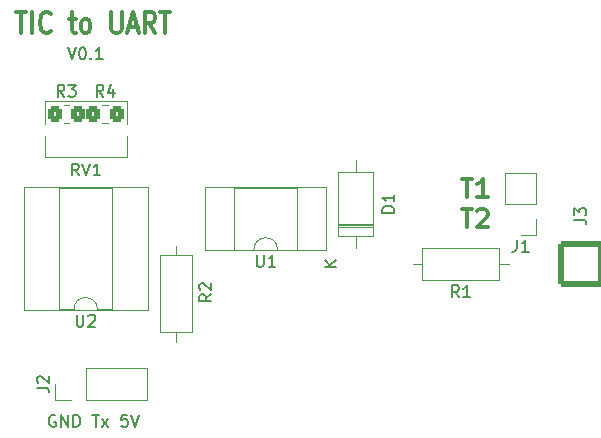
<source format=gto>
%TF.GenerationSoftware,KiCad,Pcbnew,(6.0.4)*%
%TF.CreationDate,2022-03-26T00:49:46+01:00*%
%TF.ProjectId,TICtoUART,54494374-6f55-4415-9254-2e6b69636164,rev?*%
%TF.SameCoordinates,Original*%
%TF.FileFunction,Legend,Top*%
%TF.FilePolarity,Positive*%
%FSLAX46Y46*%
G04 Gerber Fmt 4.6, Leading zero omitted, Abs format (unit mm)*
G04 Created by KiCad (PCBNEW (6.0.4)) date 2022-03-26 00:49:46*
%MOMM*%
%LPD*%
G01*
G04 APERTURE LIST*
G04 Aperture macros list*
%AMRoundRect*
0 Rectangle with rounded corners*
0 $1 Rounding radius*
0 $2 $3 $4 $5 $6 $7 $8 $9 X,Y pos of 4 corners*
0 Add a 4 corners polygon primitive as box body*
4,1,4,$2,$3,$4,$5,$6,$7,$8,$9,$2,$3,0*
0 Add four circle primitives for the rounded corners*
1,1,$1+$1,$2,$3*
1,1,$1+$1,$4,$5*
1,1,$1+$1,$6,$7*
1,1,$1+$1,$8,$9*
0 Add four rect primitives between the rounded corners*
20,1,$1+$1,$2,$3,$4,$5,0*
20,1,$1+$1,$4,$5,$6,$7,0*
20,1,$1+$1,$6,$7,$8,$9,0*
20,1,$1+$1,$8,$9,$2,$3,0*%
G04 Aperture macros list end*
%ADD10C,0.300000*%
%ADD11C,0.150000*%
%ADD12C,0.120000*%
%ADD13RoundRect,0.250002X1.699998X-1.699998X1.699998X1.699998X-1.699998X1.699998X-1.699998X-1.699998X0*%
%ADD14C,3.900000*%
%ADD15C,1.440000*%
%ADD16C,1.600000*%
%ADD17O,1.600000X1.600000*%
%ADD18RoundRect,0.250000X-0.350000X-0.450000X0.350000X-0.450000X0.350000X0.450000X-0.350000X0.450000X0*%
%ADD19C,8.000000*%
%ADD20C,4.400000*%
%ADD21O,2.400000X1.600000*%
%ADD22R,2.400000X1.600000*%
%ADD23O,1.700000X1.700000*%
%ADD24R,1.700000X1.700000*%
%ADD25R,1.600000X1.600000*%
%ADD26R,2.200000X2.200000*%
%ADD27O,2.200000X2.200000*%
G04 APERTURE END LIST*
D10*
X137287142Y-91888571D02*
X138144285Y-91888571D01*
X137715714Y-93388571D02*
X137715714Y-91888571D01*
X138572857Y-92031428D02*
X138644285Y-91960000D01*
X138787142Y-91888571D01*
X139144285Y-91888571D01*
X139287142Y-91960000D01*
X139358571Y-92031428D01*
X139430000Y-92174285D01*
X139430000Y-92317142D01*
X139358571Y-92531428D01*
X138501428Y-93388571D01*
X139430000Y-93388571D01*
X137287142Y-89348571D02*
X138144285Y-89348571D01*
X137715714Y-90848571D02*
X137715714Y-89348571D01*
X139430000Y-90848571D02*
X138572857Y-90848571D01*
X139001428Y-90848571D02*
X139001428Y-89348571D01*
X138858571Y-89562857D01*
X138715714Y-89705714D01*
X138572857Y-89777142D01*
D11*
X102830714Y-109355000D02*
X102735476Y-109307380D01*
X102592619Y-109307380D01*
X102449761Y-109355000D01*
X102354523Y-109450238D01*
X102306904Y-109545476D01*
X102259285Y-109735952D01*
X102259285Y-109878809D01*
X102306904Y-110069285D01*
X102354523Y-110164523D01*
X102449761Y-110259761D01*
X102592619Y-110307380D01*
X102687857Y-110307380D01*
X102830714Y-110259761D01*
X102878333Y-110212142D01*
X102878333Y-109878809D01*
X102687857Y-109878809D01*
X103306904Y-110307380D02*
X103306904Y-109307380D01*
X103878333Y-110307380D01*
X103878333Y-109307380D01*
X104354523Y-110307380D02*
X104354523Y-109307380D01*
X104592619Y-109307380D01*
X104735476Y-109355000D01*
X104830714Y-109450238D01*
X104878333Y-109545476D01*
X104925952Y-109735952D01*
X104925952Y-109878809D01*
X104878333Y-110069285D01*
X104830714Y-110164523D01*
X104735476Y-110259761D01*
X104592619Y-110307380D01*
X104354523Y-110307380D01*
X105973571Y-109307380D02*
X106545000Y-109307380D01*
X106259285Y-110307380D02*
X106259285Y-109307380D01*
X106783095Y-110307380D02*
X107306904Y-109640714D01*
X106783095Y-109640714D02*
X107306904Y-110307380D01*
X108925952Y-109307380D02*
X108449761Y-109307380D01*
X108402142Y-109783571D01*
X108449761Y-109735952D01*
X108545000Y-109688333D01*
X108783095Y-109688333D01*
X108878333Y-109735952D01*
X108925952Y-109783571D01*
X108973571Y-109878809D01*
X108973571Y-110116904D01*
X108925952Y-110212142D01*
X108878333Y-110259761D01*
X108783095Y-110307380D01*
X108545000Y-110307380D01*
X108449761Y-110259761D01*
X108402142Y-110212142D01*
X109259285Y-109307380D02*
X109592619Y-110307380D01*
X109925952Y-109307380D01*
X103886190Y-78192380D02*
X104219523Y-79192380D01*
X104552857Y-78192380D01*
X105076666Y-78192380D02*
X105171904Y-78192380D01*
X105267142Y-78240000D01*
X105314761Y-78287619D01*
X105362380Y-78382857D01*
X105410000Y-78573333D01*
X105410000Y-78811428D01*
X105362380Y-79001904D01*
X105314761Y-79097142D01*
X105267142Y-79144761D01*
X105171904Y-79192380D01*
X105076666Y-79192380D01*
X104981428Y-79144761D01*
X104933809Y-79097142D01*
X104886190Y-79001904D01*
X104838571Y-78811428D01*
X104838571Y-78573333D01*
X104886190Y-78382857D01*
X104933809Y-78287619D01*
X104981428Y-78240000D01*
X105076666Y-78192380D01*
X105838571Y-79097142D02*
X105886190Y-79144761D01*
X105838571Y-79192380D01*
X105790952Y-79144761D01*
X105838571Y-79097142D01*
X105838571Y-79192380D01*
X106838571Y-79192380D02*
X106267142Y-79192380D01*
X106552857Y-79192380D02*
X106552857Y-78192380D01*
X106457619Y-78335238D01*
X106362380Y-78430476D01*
X106267142Y-78478095D01*
D10*
X99509285Y-75214285D02*
X100366428Y-75214285D01*
X99937857Y-77014285D02*
X99937857Y-75214285D01*
X100866428Y-77014285D02*
X100866428Y-75214285D01*
X102437857Y-76842857D02*
X102366428Y-76928571D01*
X102152142Y-77014285D01*
X102009285Y-77014285D01*
X101795000Y-76928571D01*
X101652142Y-76757142D01*
X101580714Y-76585714D01*
X101509285Y-76242857D01*
X101509285Y-75985714D01*
X101580714Y-75642857D01*
X101652142Y-75471428D01*
X101795000Y-75300000D01*
X102009285Y-75214285D01*
X102152142Y-75214285D01*
X102366428Y-75300000D01*
X102437857Y-75385714D01*
X104009285Y-75814285D02*
X104580714Y-75814285D01*
X104223571Y-75214285D02*
X104223571Y-76757142D01*
X104295000Y-76928571D01*
X104437857Y-77014285D01*
X104580714Y-77014285D01*
X105295000Y-77014285D02*
X105152142Y-76928571D01*
X105080714Y-76842857D01*
X105009285Y-76671428D01*
X105009285Y-76157142D01*
X105080714Y-75985714D01*
X105152142Y-75900000D01*
X105295000Y-75814285D01*
X105509285Y-75814285D01*
X105652142Y-75900000D01*
X105723571Y-75985714D01*
X105795000Y-76157142D01*
X105795000Y-76671428D01*
X105723571Y-76842857D01*
X105652142Y-76928571D01*
X105509285Y-77014285D01*
X105295000Y-77014285D01*
X107580714Y-75214285D02*
X107580714Y-76671428D01*
X107652142Y-76842857D01*
X107723571Y-76928571D01*
X107866428Y-77014285D01*
X108152142Y-77014285D01*
X108295000Y-76928571D01*
X108366428Y-76842857D01*
X108437857Y-76671428D01*
X108437857Y-75214285D01*
X109080714Y-76500000D02*
X109795000Y-76500000D01*
X108937857Y-77014285D02*
X109437857Y-75214285D01*
X109937857Y-77014285D01*
X111295000Y-77014285D02*
X110795000Y-76157142D01*
X110437857Y-77014285D02*
X110437857Y-75214285D01*
X111009285Y-75214285D01*
X111152142Y-75300000D01*
X111223571Y-75385714D01*
X111295000Y-75557142D01*
X111295000Y-75814285D01*
X111223571Y-75985714D01*
X111152142Y-76071428D01*
X111009285Y-76157142D01*
X110437857Y-76157142D01*
X111723571Y-75214285D02*
X112580714Y-75214285D01*
X112152142Y-77014285D02*
X112152142Y-75214285D01*
D11*
%TO.C,J3*%
X146772380Y-92789333D02*
X147486666Y-92789333D01*
X147629523Y-92836952D01*
X147724761Y-92932190D01*
X147772380Y-93075047D01*
X147772380Y-93170285D01*
X146772380Y-92408380D02*
X146772380Y-91789333D01*
X147153333Y-92122666D01*
X147153333Y-91979809D01*
X147200952Y-91884571D01*
X147248571Y-91836952D01*
X147343809Y-91789333D01*
X147581904Y-91789333D01*
X147677142Y-91836952D01*
X147724761Y-91884571D01*
X147772380Y-91979809D01*
X147772380Y-92265523D01*
X147724761Y-92360761D01*
X147677142Y-92408380D01*
%TO.C,RV1*%
X104829761Y-89027380D02*
X104496428Y-88551190D01*
X104258333Y-89027380D02*
X104258333Y-88027380D01*
X104639285Y-88027380D01*
X104734523Y-88075000D01*
X104782142Y-88122619D01*
X104829761Y-88217857D01*
X104829761Y-88360714D01*
X104782142Y-88455952D01*
X104734523Y-88503571D01*
X104639285Y-88551190D01*
X104258333Y-88551190D01*
X105115476Y-88027380D02*
X105448809Y-89027380D01*
X105782142Y-88027380D01*
X106639285Y-89027380D02*
X106067857Y-89027380D01*
X106353571Y-89027380D02*
X106353571Y-88027380D01*
X106258333Y-88170238D01*
X106163095Y-88265476D01*
X106067857Y-88313095D01*
%TO.C,R2*%
X116022380Y-99099666D02*
X115546190Y-99433000D01*
X116022380Y-99671095D02*
X115022380Y-99671095D01*
X115022380Y-99290142D01*
X115070000Y-99194904D01*
X115117619Y-99147285D01*
X115212857Y-99099666D01*
X115355714Y-99099666D01*
X115450952Y-99147285D01*
X115498571Y-99194904D01*
X115546190Y-99290142D01*
X115546190Y-99671095D01*
X115117619Y-98718714D02*
X115070000Y-98671095D01*
X115022380Y-98575857D01*
X115022380Y-98337761D01*
X115070000Y-98242523D01*
X115117619Y-98194904D01*
X115212857Y-98147285D01*
X115308095Y-98147285D01*
X115450952Y-98194904D01*
X116022380Y-98766333D01*
X116022380Y-98147285D01*
%TO.C,R1*%
X136993333Y-99342380D02*
X136660000Y-98866190D01*
X136421904Y-99342380D02*
X136421904Y-98342380D01*
X136802857Y-98342380D01*
X136898095Y-98390000D01*
X136945714Y-98437619D01*
X136993333Y-98532857D01*
X136993333Y-98675714D01*
X136945714Y-98770952D01*
X136898095Y-98818571D01*
X136802857Y-98866190D01*
X136421904Y-98866190D01*
X137945714Y-99342380D02*
X137374285Y-99342380D01*
X137660000Y-99342380D02*
X137660000Y-98342380D01*
X137564761Y-98485238D01*
X137469523Y-98580476D01*
X137374285Y-98628095D01*
%TO.C,R3*%
X103592333Y-82367380D02*
X103259000Y-81891190D01*
X103020904Y-82367380D02*
X103020904Y-81367380D01*
X103401857Y-81367380D01*
X103497095Y-81415000D01*
X103544714Y-81462619D01*
X103592333Y-81557857D01*
X103592333Y-81700714D01*
X103544714Y-81795952D01*
X103497095Y-81843571D01*
X103401857Y-81891190D01*
X103020904Y-81891190D01*
X103925666Y-81367380D02*
X104544714Y-81367380D01*
X104211380Y-81748333D01*
X104354238Y-81748333D01*
X104449476Y-81795952D01*
X104497095Y-81843571D01*
X104544714Y-81938809D01*
X104544714Y-82176904D01*
X104497095Y-82272142D01*
X104449476Y-82319761D01*
X104354238Y-82367380D01*
X104068523Y-82367380D01*
X103973285Y-82319761D01*
X103925666Y-82272142D01*
%TO.C,R4*%
X106894333Y-82367380D02*
X106561000Y-81891190D01*
X106322904Y-82367380D02*
X106322904Y-81367380D01*
X106703857Y-81367380D01*
X106799095Y-81415000D01*
X106846714Y-81462619D01*
X106894333Y-81557857D01*
X106894333Y-81700714D01*
X106846714Y-81795952D01*
X106799095Y-81843571D01*
X106703857Y-81891190D01*
X106322904Y-81891190D01*
X107751476Y-81700714D02*
X107751476Y-82367380D01*
X107513380Y-81319761D02*
X107275285Y-82034047D01*
X107894333Y-82034047D01*
%TO.C,U2*%
X104638095Y-100832380D02*
X104638095Y-101641904D01*
X104685714Y-101737142D01*
X104733333Y-101784761D01*
X104828571Y-101832380D01*
X105019047Y-101832380D01*
X105114285Y-101784761D01*
X105161904Y-101737142D01*
X105209523Y-101641904D01*
X105209523Y-100832380D01*
X105638095Y-100927619D02*
X105685714Y-100880000D01*
X105780952Y-100832380D01*
X106019047Y-100832380D01*
X106114285Y-100880000D01*
X106161904Y-100927619D01*
X106209523Y-101022857D01*
X106209523Y-101118095D01*
X106161904Y-101260952D01*
X105590476Y-101832380D01*
X106209523Y-101832380D01*
%TO.C,J2*%
X101277380Y-107013333D02*
X101991666Y-107013333D01*
X102134523Y-107060952D01*
X102229761Y-107156190D01*
X102277380Y-107299047D01*
X102277380Y-107394285D01*
X101372619Y-106584761D02*
X101325000Y-106537142D01*
X101277380Y-106441904D01*
X101277380Y-106203809D01*
X101325000Y-106108571D01*
X101372619Y-106060952D01*
X101467857Y-106013333D01*
X101563095Y-106013333D01*
X101705952Y-106060952D01*
X102277380Y-106632380D01*
X102277380Y-106013333D01*
%TO.C,J1*%
X141906666Y-94492380D02*
X141906666Y-95206666D01*
X141859047Y-95349523D01*
X141763809Y-95444761D01*
X141620952Y-95492380D01*
X141525714Y-95492380D01*
X142906666Y-95492380D02*
X142335238Y-95492380D01*
X142620952Y-95492380D02*
X142620952Y-94492380D01*
X142525714Y-94635238D01*
X142430476Y-94730476D01*
X142335238Y-94778095D01*
%TO.C,U1*%
X119888095Y-95762380D02*
X119888095Y-96571904D01*
X119935714Y-96667142D01*
X119983333Y-96714761D01*
X120078571Y-96762380D01*
X120269047Y-96762380D01*
X120364285Y-96714761D01*
X120411904Y-96667142D01*
X120459523Y-96571904D01*
X120459523Y-95762380D01*
X121459523Y-96762380D02*
X120888095Y-96762380D01*
X121173809Y-96762380D02*
X121173809Y-95762380D01*
X121078571Y-95905238D01*
X120983333Y-96000476D01*
X120888095Y-96048095D01*
%TO.C,D1*%
X131516380Y-92178095D02*
X130516380Y-92178095D01*
X130516380Y-91940000D01*
X130564000Y-91797142D01*
X130659238Y-91701904D01*
X130754476Y-91654285D01*
X130944952Y-91606666D01*
X131087809Y-91606666D01*
X131278285Y-91654285D01*
X131373523Y-91701904D01*
X131468761Y-91797142D01*
X131516380Y-91940000D01*
X131516380Y-92178095D01*
X131516380Y-90654285D02*
X131516380Y-91225714D01*
X131516380Y-90940000D02*
X130516380Y-90940000D01*
X130659238Y-91035238D01*
X130754476Y-91130476D01*
X130802095Y-91225714D01*
X126622380Y-96781904D02*
X125622380Y-96781904D01*
X126622380Y-96210476D02*
X126050952Y-96639047D01*
X125622380Y-96210476D02*
X126193809Y-96781904D01*
D12*
%TO.C,RV1*%
X108900000Y-82705000D02*
X101950000Y-82705000D01*
X108900000Y-84669000D02*
X108900000Y-82705000D01*
X108900000Y-87445000D02*
X108900000Y-85659000D01*
X101950000Y-87445000D02*
X101950000Y-85659000D01*
X101950000Y-84669000D02*
X101950000Y-82705000D01*
X108900000Y-87445000D02*
X101950000Y-87445000D01*
%TO.C,R2*%
X113030000Y-95020000D02*
X113030000Y-95790000D01*
X113030000Y-103100000D02*
X113030000Y-102330000D01*
X111660000Y-102330000D02*
X114400000Y-102330000D01*
X114400000Y-95790000D02*
X111660000Y-95790000D01*
X114400000Y-102330000D02*
X114400000Y-95790000D01*
X111660000Y-95790000D02*
X111660000Y-102330000D01*
%TO.C,R1*%
X133120000Y-96520000D02*
X133890000Y-96520000D01*
X141200000Y-96520000D02*
X140430000Y-96520000D01*
X140430000Y-97890000D02*
X140430000Y-95150000D01*
X133890000Y-95150000D02*
X133890000Y-97890000D01*
X140430000Y-95150000D02*
X133890000Y-95150000D01*
X133890000Y-97890000D02*
X140430000Y-97890000D01*
%TO.C,R3*%
X103547936Y-83085000D02*
X104002064Y-83085000D01*
X103547936Y-84555000D02*
X104002064Y-84555000D01*
%TO.C,R4*%
X106817936Y-83085000D02*
X107272064Y-83085000D01*
X106817936Y-84555000D02*
X107272064Y-84555000D01*
%TO.C,U2*%
X106400000Y-100380000D02*
G75*
G03*
X104400000Y-100380000I-1000000J0D01*
G01*
X110650000Y-100440000D02*
X110650000Y-90040000D01*
X110650000Y-90040000D02*
X100150000Y-90040000D01*
X100150000Y-100440000D02*
X110650000Y-100440000D01*
X103150000Y-90100000D02*
X103150000Y-100380000D01*
X100150000Y-90040000D02*
X100150000Y-100440000D01*
X106400000Y-100380000D02*
X107650000Y-100380000D01*
X103150000Y-100380000D02*
X104400000Y-100380000D01*
X107650000Y-100380000D02*
X107650000Y-90100000D01*
X107650000Y-90100000D02*
X103150000Y-90100000D01*
%TO.C,J2*%
X105425000Y-108010000D02*
X105425000Y-105350000D01*
X102825000Y-108010000D02*
X102825000Y-106680000D01*
X105425000Y-105350000D02*
X110565000Y-105350000D01*
X104155000Y-108010000D02*
X102825000Y-108010000D01*
X105425000Y-108010000D02*
X110565000Y-108010000D01*
X110565000Y-108010000D02*
X110565000Y-105350000D01*
%TO.C,J1*%
X143570000Y-92710000D02*
X143570000Y-94040000D01*
X143570000Y-88840000D02*
X140910000Y-88840000D01*
X143570000Y-91440000D02*
X143570000Y-88840000D01*
X143570000Y-91440000D02*
X140910000Y-91440000D01*
X143570000Y-94040000D02*
X142240000Y-94040000D01*
X140910000Y-91440000D02*
X140910000Y-88840000D01*
%TO.C,U1*%
X118000000Y-90110000D02*
X118000000Y-95310000D01*
X125790000Y-90050000D02*
X115510000Y-90050000D01*
X121650000Y-95310000D02*
X123300000Y-95310000D01*
X115510000Y-95370000D02*
X125790000Y-95370000D01*
X125790000Y-95370000D02*
X125790000Y-90050000D01*
X115510000Y-90050000D02*
X115510000Y-95370000D01*
X123300000Y-95310000D02*
X123300000Y-90110000D01*
X123300000Y-90110000D02*
X118000000Y-90110000D01*
X118000000Y-95310000D02*
X119650000Y-95310000D01*
X121650000Y-95310000D02*
G75*
G03*
X119650000Y-95310000I-1000000J0D01*
G01*
%TO.C,D1*%
X126800000Y-93260000D02*
X129740000Y-93260000D01*
X126800000Y-93140000D02*
X129740000Y-93140000D01*
X129740000Y-94160000D02*
X129740000Y-88720000D01*
X128270000Y-87700000D02*
X128270000Y-88720000D01*
X126800000Y-94160000D02*
X129740000Y-94160000D01*
X126800000Y-93380000D02*
X129740000Y-93380000D01*
X129740000Y-88720000D02*
X126800000Y-88720000D01*
X128270000Y-95180000D02*
X128270000Y-94160000D01*
X126800000Y-88720000D02*
X126800000Y-94160000D01*
%TD*%
%LPC*%
D13*
%TO.C,J3*%
X147320000Y-96520000D03*
D14*
X147320000Y-88720000D03*
%TD*%
D15*
%TO.C,RV1*%
X102885000Y-85165000D03*
X105425000Y-85165000D03*
X107965000Y-85165000D03*
%TD*%
D16*
%TO.C,R2*%
X113030000Y-104140000D03*
D17*
X113030000Y-93980000D03*
%TD*%
D16*
%TO.C,R1*%
X142240000Y-96520000D03*
D17*
X132080000Y-96520000D03*
%TD*%
D18*
%TO.C,R3*%
X102775000Y-83820000D03*
X104775000Y-83820000D03*
%TD*%
%TO.C,R4*%
X106045000Y-83820000D03*
X108045000Y-83820000D03*
%TD*%
D19*
%TO.C,REF\u002A\u002A*%
X120904000Y-81788000D03*
D20*
X120904000Y-81788000D03*
%TD*%
D19*
%TO.C,REF\u002A\u002A*%
X120904000Y-102616000D03*
D20*
X120904000Y-102616000D03*
%TD*%
D21*
%TO.C,U2*%
X101590000Y-99050000D03*
X101590000Y-96510000D03*
X101590000Y-93970000D03*
X101590000Y-91430000D03*
X109210000Y-91430000D03*
X109210000Y-93970000D03*
X109210000Y-96510000D03*
D22*
X109210000Y-99050000D03*
%TD*%
D23*
%TO.C,J2*%
X109235000Y-106680000D03*
X106695000Y-106680000D03*
D24*
X104155000Y-106680000D03*
%TD*%
%TO.C,J1*%
X142240000Y-92710000D03*
D23*
X142240000Y-90170000D03*
%TD*%
D25*
%TO.C,U1*%
X124460000Y-93980000D03*
D17*
X124460000Y-91440000D03*
X116840000Y-91440000D03*
X116840000Y-93980000D03*
%TD*%
D26*
%TO.C,D1*%
X128270000Y-96520000D03*
D27*
X128270000Y-86360000D03*
%TD*%
M02*

</source>
